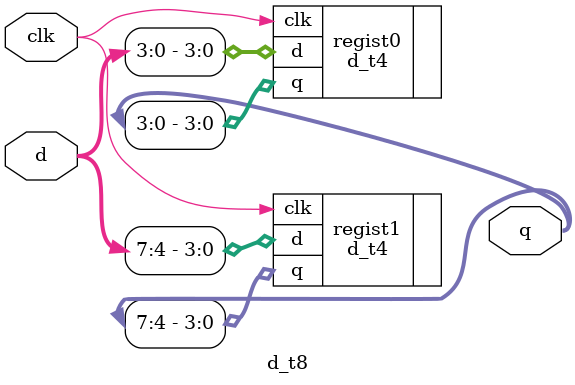
<source format=v>
module d_t8
(
input clk, 
input [7:0] d,
output [7:0] q
);
d_t4 regist0
(
	.clk (clk),
	.d (d[3:0]),
	.q (q[3:0])
);
d_t4 regist1
(
	.clk (clk),
	.d (d[7:4]),
	.q (q[7:4])
);
endmodule 
</source>
